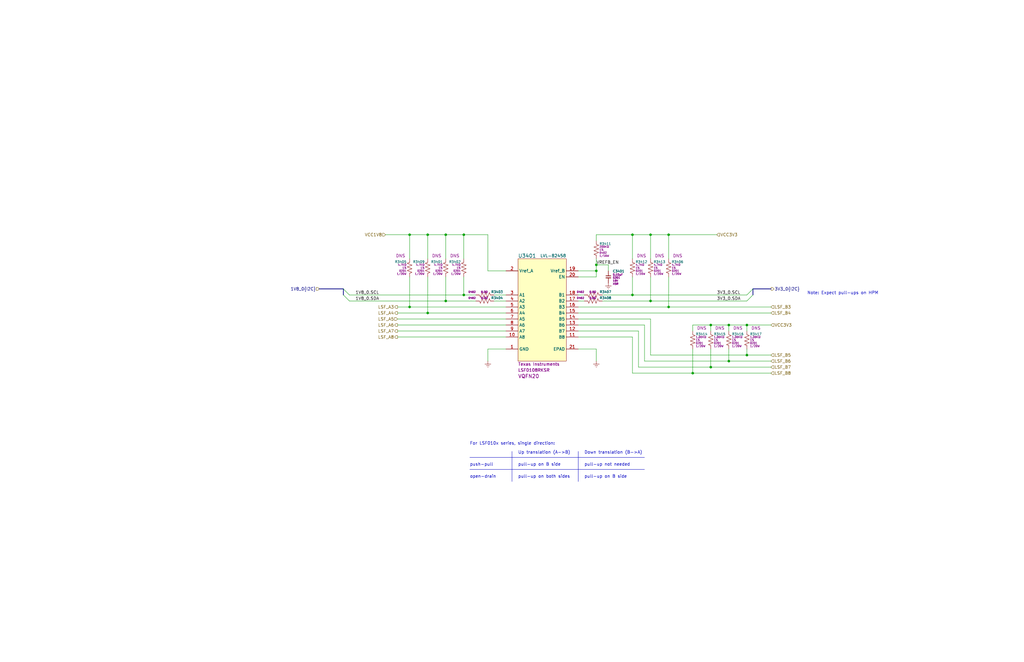
<source format=kicad_sch>
(kicad_sch (version 20231120) (generator "eeschema") (generator_version "8.0")
  (paper "B")
  (title_block (title "${PROJ}") (rev "${REV}") (company "${RPN}") (comment 1 "LVL Shifter"))
  (lib_symbols
    (symbol "Capacitors, ceramic, Murata:CCM-610AA" (pin_numbers hide) (pin_names (offset 0) hide)
      (property "Reference" "C" (at 1.27 2.54 0))
      (property "val" "0.10µF" (at 1.27 1.27 0))
      (property "pkg" "0201" (at 1.27 0 0))
      (property "volt" "10V" (at 1.27 -1.27 0))
      (property "type" "X5R" (at 1.27 -2.54 0))
      (symbol "CCM-610AA_1_1"
        (polyline (pts (xy -1.016 -0.423) (xy 1.016 -0.423)) (stroke (width 0.3302)))
        (polyline (pts (xy -1.016 0.423) (xy 1.016 0.423)) (stroke (width 0.3048)))
        (pin passive line (at 0 2.54 270) (length 2.032) (name "~") (number "1"))
        (pin passive line (at 0 -2.54 90) (length 2.032) (name "~") (number "2"))
      )
    )
    (symbol "Power:GND" (power) (pin_names (offset 0)) (in_bom no) (on_board no)
      (symbol "GND_0_1"
        (polyline (pts (xy -0.635 -1.905) (xy 0.635 -1.905)))
        (polyline (pts (xy -0.127 -2.54) (xy 0.127 -2.54)))
        (polyline (pts (xy 0 -1.27) (xy 0 0)))
        (polyline (pts (xy 1.27 -1.27) (xy -1.27 -1.27)))
      )
      (symbol "GND_1_1"
        (pin power_in line (at 0 0 270) (length 0) hide (name "GND") (number "1"))
      )
    )
    (symbol "Resistors:RES-0000B" (pin_numbers hide) (pin_names (offset 0) hide)
      (property "Reference" "R" (at 1.27 2.54 0))
      (property "val" "0.0Ω" (at 1.27 1.27 0))
      (property "tol" "<20mΩ" (at 1.27 0 0))
      (property "pkg" "0402" (at 1.27 -1.27 0))
      (property "pwr" "1.5A" (at 1.27 -2.54 0))
      (symbol "RES-0000B_1_1"
        (polyline (pts (xy 0 -2.286) (xy 0 -2.54)))
        (polyline (pts (xy 0 2.286) (xy 0 2.54)))
        (polyline (pts (xy 0 -0.762) (xy 1.016 -1.143) (xy 0 -1.524) (xy -1.016 -1.905) (xy 0 -2.286)))
        (polyline (pts (xy 0 0.762) (xy 1.016 0.381) (xy 0 0) (xy -1.016 -0.381) (xy 0 -0.762)))
        (polyline (pts (xy 0 2.286) (xy 1.016 1.905) (xy 0 1.524) (xy -1.016 1.143) (xy 0 0.762)))
        (pin passive line (at 0 3.81 270) (length 1.27) (name "~") (number "1"))
        (pin passive line (at 0 -3.81 90) (length 1.27) (name "~") (number "2"))
      )
    )
    (symbol "Resistors:RES-4100A" (pin_numbers hide) (pin_names (offset 0) hide)
      (property "Reference" "R" (at 1.27 2.54 0))
      (property "val" "1.00KΩ" (at 1.27 1.27 0))
      (property "tol" "1%" (at 1.27 0 0))
      (property "pkg" "0201" (at 1.27 -1.27 0))
      (property "pwr" "1/20W" (at 1.27 -2.54 0))
      (symbol "RES-4100A_1_1"
        (polyline (pts (xy 0 -2.286) (xy 0 -2.54)))
        (polyline (pts (xy 0 2.286) (xy 0 2.54)))
        (polyline (pts (xy 0 -0.762) (xy 1.016 -1.143) (xy 0 -1.524) (xy -1.016 -1.905) (xy 0 -2.286)))
        (polyline (pts (xy 0 0.762) (xy 1.016 0.381) (xy 0 0) (xy -1.016 -0.381) (xy 0 -0.762)))
        (polyline (pts (xy 0 2.286) (xy 1.016 1.905) (xy 0 1.524) (xy -1.016 1.143) (xy 0 0.762)))
        (pin passive line (at 0 3.81 270) (length 1.27) (name "~") (number "1"))
        (pin passive line (at 0 -3.81 90) (length 1.27) (name "~") (number "2"))
      )
    )
    (symbol "Resistors:RES-4470A" (pin_numbers hide) (pin_names (offset 0) hide)
      (property "Reference" "R" (at 1.27 2.54 0))
      (property "val" "4.7KΩ" (at 1.27 1.27 0))
      (property "tol" "1%" (at 1.27 0 0))
      (property "pkg" "0201" (at 1.27 -1.27 0))
      (property "pwr" "1/20W" (at 1.27 -2.54 0))
      (symbol "RES-4470A_1_1"
        (polyline (pts (xy 0 -2.286) (xy 0 -2.54)))
        (polyline (pts (xy 0 2.286) (xy 0 2.54)))
        (polyline (pts (xy 0 -0.762) (xy 1.016 -1.143) (xy 0 -1.524) (xy -1.016 -1.905) (xy 0 -2.286)))
        (polyline (pts (xy 0 0.762) (xy 1.016 0.381) (xy 0 0) (xy -1.016 -0.381) (xy 0 -0.762)))
        (polyline (pts (xy 0 2.286) (xy 1.016 1.905) (xy 0 1.524) (xy -1.016 1.143) (xy 0 0.762)))
        (pin passive line (at 0 3.81 270) (length 1.27) (name "~") (number "1"))
        (pin passive line (at 0 -3.81 90) (length 1.27) (name "~") (number "2"))
      )
    )
    (symbol "Resistors:RES-6200B" (pin_numbers hide) (pin_names (offset 0) hide)
      (property "Reference" "R" (at 1.27 2.54 0))
      (property "val" "200KΩ" (at 1.27 1.27 0))
      (property "tol" "1%" (at 1.27 0 0))
      (property "pkg" "0402" (at 1.27 -1.27 0))
      (property "pwr" "1/16W" (at 1.27 -2.54 0))
      (symbol "RES-6200B_1_1"
        (polyline (pts (xy 0 -2.286) (xy 0 -2.54)))
        (polyline (pts (xy 0 2.286) (xy 0 2.54)))
        (polyline (pts (xy 0 -0.762) (xy 1.016 -1.143) (xy 0 -1.524) (xy -1.016 -1.905) (xy 0 -2.286)))
        (polyline (pts (xy 0 0.762) (xy 1.016 0.381) (xy 0 0) (xy -1.016 -0.381) (xy 0 -0.762)))
        (polyline (pts (xy 0 2.286) (xy 1.016 1.905) (xy 0 1.524) (xy -1.016 1.143) (xy 0 0.762)))
        (pin passive line (at 0 3.81 270) (length 1.27) (name "~") (number "1"))
        (pin passive line (at 0 -3.81 90) (length 1.27) (name "~") (number "2"))
      )
    )
    (symbol "Translation:LVL-82458"
      (property "Reference" "U" (at -10.16 22.86 0))
      (property "Value" "LVL-82458" (at 10.16 22.86 0))
      (property "mfr" "Texas Instruments" (at -10.16 -22.86 0))
      (property "mpn" "LSF0108RKSR" (at -10.16 -25.4 0))
      (property "pkg" "VQFN20" (at -10.16 -27.94 0))
      (symbol "LVL-82458_1_0"
        (pin bidirectional line (at -15.24 -11.43 0) (length 5.08) (name "A8") (number "10"))
        (pin bidirectional line (at 15.24 -11.43 180) (length 5.08) (name "B8") (number "11"))
        (pin bidirectional line (at 15.24 -8.89 180) (length 5.08) (name "B7") (number "12"))
        (pin bidirectional line (at 15.24 -6.35 180) (length 5.08) (name "B6") (number "13"))
        (pin bidirectional line (at 15.24 -3.81 180) (length 5.08) (name "B5") (number "14"))
        (pin power_in line (at 15.24 -16.51 180) (length 5.08) (name "EPAD") (number "21"))
        (pin bidirectional line (at -15.24 -3.81 0) (length 5.08) (name "A5") (number "7"))
        (pin bidirectional line (at -15.24 -6.35 0) (length 5.08) (name "A6") (number "8"))
        (pin bidirectional line (at -15.24 -8.89 0) (length 5.08) (name "A7") (number "9"))
      )
      (symbol "LVL-82458_1_1"
        (rectangle (start -10.16 21.59) (end 10.16 -21.59) (fill (type background)))
        (pin power_in line (at -15.24 -16.51 0) (length 5.08) (name "GND") (number "1"))
        (pin bidirectional line (at 15.24 -1.27 180) (length 5.08) (name "B4") (number "15"))
        (pin bidirectional line (at 15.24 1.27 180) (length 5.08) (name "B3") (number "16"))
        (pin bidirectional line (at 15.24 3.81 180) (length 5.08) (name "B2") (number "17"))
        (pin bidirectional line (at 15.24 6.35 180) (length 5.08) (name "B1") (number "18"))
        (pin open_collector line (at 15.24 16.51 180) (length 5.08) (name "Vref_B") (number "19"))
        (pin power_in line (at -15.24 16.51 0) (length 5.08) (name "Vref_A") (number "2"))
        (pin input line (at 15.24 13.97 180) (length 5.08) (name "EN") (number "20"))
        (pin bidirectional line (at -15.24 6.35 0) (length 5.08) (name "A1") (number "3"))
        (pin bidirectional line (at -15.24 3.81 0) (length 5.08) (name "A2") (number "4"))
        (pin bidirectional line (at -15.24 1.27 0) (length 5.08) (name "A3") (number "5"))
        (pin bidirectional line (at -15.24 -1.27 0) (length 5.08) (name "A4") (number "6"))
      )
    )
  )
  (junction (at 195.58 124.46))
  (junction (at 251.46 111.76))
  (junction (at 281.94 129.54))
  (junction (at 314.96 149.86))
  (junction (at 266.7 124.46))
  (junction (at 281.94 99.06))
  (junction (at 172.72 99.06))
  (junction (at 307.34 137.16))
  (junction (at 274.32 99.06))
  (junction (at 172.72 129.54))
  (junction (at 307.34 152.4))
  (junction (at 251.46 114.3))
  (junction (at 180.34 99.06))
  (junction (at 187.96 99.06))
  (junction (at 299.72 154.94))
  (junction (at 299.72 137.16))
  (junction (at 274.32 127))
  (junction (at 180.34 132.08))
  (junction (at 266.7 99.06))
  (junction (at 195.58 99.06))
  (junction (at 292.1 157.48))
  (junction (at 314.96 137.16))
  (junction (at 187.96 127))
  (bus_entry (at 314.96 124.46) (size 2.54 -2.54))
  (bus_entry (at 147.32 124.46) (size -2.54 -2.54))
  (bus_entry (at 314.96 127) (size 2.54 -2.54))
  (bus_entry (at 147.32 127) (size -2.54 -2.54))
  (wire (pts (xy 266.7 99.06) (xy 274.32 99.06)))
  (wire (pts (xy 299.72 137.16) (xy 292.1 137.16)))
  (wire (pts (xy 246.38 124.46) (xy 243.84 124.46)))
  (wire (pts (xy 246.38 127) (xy 243.84 127)))
  (wire (pts (xy 172.72 99.06) (xy 180.34 99.06)))
  (wire (pts (xy 213.36 142.24) (xy 167.64 142.24)))
  (wire (pts (xy 187.96 99.06) (xy 195.58 99.06)))
  (wire (pts (xy 167.64 137.16) (xy 213.36 137.16)))
  (wire (pts (xy 271.78 137.16) (xy 271.78 152.4)))
  (wire (pts (xy 180.34 99.06) (xy 187.96 99.06)))
  (wire (pts (xy 274.32 99.06) (xy 274.32 109.22)))
  (wire (pts (xy 251.46 109.22) (xy 251.46 111.76)))
  (wire (pts (xy 274.32 134.62) (xy 274.32 149.86)))
  (wire (pts (xy 256.54 111.76) (xy 251.46 111.76)))
  (polyline (pts (xy 198.12 193.04) (xy 271.78 193.04)))
  (wire (pts (xy 200.66 127) (xy 187.96 127)))
  (wire (pts (xy 205.74 114.3) (xy 213.36 114.3)))
  (wire (pts (xy 172.72 116.84) (xy 172.72 129.54)))
  (wire (pts (xy 251.46 99.06) (xy 266.7 99.06)))
  (wire (pts (xy 147.32 127) (xy 187.96 127)))
  (wire (pts (xy 307.34 147.32) (xy 307.34 152.4)))
  (wire (pts (xy 299.72 147.32) (xy 299.72 154.94)))
  (wire (pts (xy 187.96 109.22) (xy 187.96 99.06)))
  (wire (pts (xy 266.7 157.48) (xy 292.1 157.48)))
  (wire (pts (xy 299.72 154.94) (xy 325.12 154.94)))
  (wire (pts (xy 266.7 124.46) (xy 314.96 124.46)))
  (wire (pts (xy 180.34 132.08) (xy 213.36 132.08)))
  (wire (pts (xy 243.84 132.08) (xy 325.12 132.08)))
  (wire (pts (xy 243.84 134.62) (xy 274.32 134.62)))
  (wire (pts (xy 292.1 157.48) (xy 325.12 157.48)))
  (wire (pts (xy 307.34 152.4) (xy 325.12 152.4)))
  (wire (pts (xy 256.54 111.76) (xy 256.54 114.3)))
  (wire (pts (xy 274.32 116.84) (xy 274.32 127)))
  (wire (pts (xy 281.94 129.54) (xy 325.12 129.54)))
  (bus (pts (xy 144.78 121.92) (xy 134.62 121.92)))
  (wire (pts (xy 314.96 137.16) (xy 325.12 137.16)))
  (wire (pts (xy 187.96 116.84) (xy 187.96 127)))
  (wire (pts (xy 180.34 99.06) (xy 180.34 109.22)))
  (polyline (pts (xy 198.12 198.12) (xy 271.78 198.12)))
  (wire (pts (xy 314.96 137.16) (xy 307.34 137.16)))
  (wire (pts (xy 200.66 124.46) (xy 195.58 124.46)))
  (wire (pts (xy 243.84 114.3) (xy 251.46 114.3)))
  (wire (pts (xy 292.1 137.16) (xy 292.1 139.7)))
  (wire (pts (xy 281.94 99.06) (xy 281.94 109.22)))
  (wire (pts (xy 292.1 147.32) (xy 292.1 157.48)))
  (wire (pts (xy 314.96 137.16) (xy 314.96 139.7)))
  (wire (pts (xy 266.7 99.06) (xy 266.7 109.22)))
  (polyline (pts (xy 243.84 190.5) (xy 243.84 203.2)))
  (wire (pts (xy 195.58 116.84) (xy 195.58 124.46)))
  (wire (pts (xy 213.36 139.7) (xy 167.64 139.7)))
  (wire (pts (xy 269.24 154.94) (xy 299.72 154.94)))
  (wire (pts (xy 172.72 129.54) (xy 213.36 129.54)))
  (wire (pts (xy 266.7 142.24) (xy 243.84 142.24)))
  (wire (pts (xy 167.64 129.54) (xy 172.72 129.54)))
  (wire (pts (xy 251.46 99.06) (xy 251.46 101.6)))
  (wire (pts (xy 243.84 129.54) (xy 281.94 129.54)))
  (wire (pts (xy 251.46 111.76) (xy 251.46 114.3)))
  (wire (pts (xy 254 124.46) (xy 266.7 124.46)))
  (wire (pts (xy 299.72 137.16) (xy 299.72 139.7)))
  (wire (pts (xy 251.46 116.84) (xy 243.84 116.84)))
  (wire (pts (xy 274.32 127) (xy 314.96 127)))
  (wire (pts (xy 167.64 132.08) (xy 180.34 132.08)))
  (wire (pts (xy 307.34 137.16) (xy 299.72 137.16)))
  (wire (pts (xy 266.7 142.24) (xy 266.7 157.48)))
  (wire (pts (xy 307.34 137.16) (xy 307.34 139.7)))
  (wire (pts (xy 180.34 116.84) (xy 180.34 132.08)))
  (wire (pts (xy 266.7 116.84) (xy 266.7 124.46)))
  (wire (pts (xy 269.24 139.7) (xy 243.84 139.7)))
  (wire (pts (xy 167.64 134.62) (xy 213.36 134.62)))
  (wire (pts (xy 162.56 99.06) (xy 172.72 99.06)))
  (wire (pts (xy 251.46 147.32) (xy 251.46 152.4)))
  (wire (pts (xy 314.96 147.32) (xy 314.96 149.86)))
  (wire (pts (xy 195.58 109.22) (xy 195.58 99.06)))
  (wire (pts (xy 274.32 99.06) (xy 281.94 99.06)))
  (wire (pts (xy 269.24 139.7) (xy 269.24 154.94)))
  (bus (pts (xy 317.5 121.92) (xy 325.12 121.92)))
  (wire (pts (xy 274.32 149.86) (xy 314.96 149.86)))
  (wire (pts (xy 243.84 147.32) (xy 251.46 147.32)))
  (wire (pts (xy 172.72 99.06) (xy 172.72 109.22)))
  (wire (pts (xy 213.36 124.46) (xy 208.28 124.46)))
  (wire (pts (xy 281.94 99.06) (xy 302.26 99.06)))
  (wire (pts (xy 205.74 99.06) (xy 205.74 114.3)))
  (wire (pts (xy 195.58 99.06) (xy 205.74 99.06)))
  (wire (pts (xy 254 127) (xy 274.32 127)))
  (wire (pts (xy 281.94 116.84) (xy 281.94 129.54)))
  (bus (pts (xy 144.78 121.92) (xy 144.78 124.46)))
  (wire (pts (xy 213.36 127) (xy 208.28 127)))
  (wire (pts (xy 307.34 152.4) (xy 271.78 152.4)))
  (bus (pts (xy 317.5 121.92) (xy 317.5 124.46)))
  (polyline (pts (xy 215.9 190.5) (xy 215.9 203.2)))
  (wire (pts (xy 205.74 147.32) (xy 205.74 152.4)))
  (wire (pts (xy 205.74 147.32) (xy 213.36 147.32)))
  (wire (pts (xy 314.96 149.86) (xy 325.12 149.86)))
  (wire (pts (xy 243.84 137.16) (xy 271.78 137.16)))
  (wire (pts (xy 251.46 114.3) (xy 251.46 116.84)))
  (wire (pts (xy 147.32 124.46) (xy 195.58 124.46)))
  (text "Up translation (A->B)" (at 218.44 191.77 0) (effects (font (size 1.27 1.27)) (justify left bottom)))
  (text "push-pull" (at 198.12 196.85 0) (effects (font (size 1.27 1.27)) (justify left bottom)))
  (text "pull-up on both sides" (at 218.44 201.93 0) (effects (font (size 1.27 1.27)) (justify left bottom)))
  (text "pull-up on B side" (at 218.44 196.85 0) (effects (font (size 1.27 1.27)) (justify left bottom)))
  (text "Down translation (B->A)" (at 246.38 191.77 0) (effects (font (size 1.27 1.27)) (justify left bottom)))
  (text "pull-up on B side" (at 246.38 201.93 0) (effects (font (size 1.27 1.27)) (justify left bottom)))
  (text "pull-up not needed" (at 246.38 196.85 0) (effects (font (size 1.27 1.27)) (justify left bottom)))
  (text "For LSF010x series, single direction:" (at 198.12 187.96 0) (effects (font (size 1.27 1.27)) (justify left bottom)))
  (text "Note: Expect pull-ups on HPM" (at 340.36 124.46 0) (effects (font (size 1.27 1.27)) (justify left bottom)))
  (text "open-drain" (at 198.12 201.93 0) (effects (font (size 1.27 1.27)) (justify left bottom)))
  (label "VREFB_EN" (at 251.46 111.76 0))
  (label "3V3_0.SDA" (at 302.26 127 0))
  (label "1V8_0.SCL" (at 149.86 124.46 0))
  (label "1V8_0.SDA" (at 149.86 127 0))
  (label "3V3_0.SCL" (at 302.26 124.46 0))
  (hierarchical_label "LSF_A7" (shape output) (at 167.64 139.7 180))
  (hierarchical_label "VCC3V3" (shape input) (at 302.26 99.06 0))
  (hierarchical_label "3V3_0{I2C}" (shape output) (at 325.12 121.92 0))
  (hierarchical_label "VCC1V8" (shape input) (at 162.56 99.06 180))
  (hierarchical_label "LSF_B5" (shape input) (at 325.12 149.86 0))
  (hierarchical_label "LSF_B3" (shape input) (at 325.12 129.54 0))
  (hierarchical_label "LSF_A5" (shape input) (at 167.64 134.62 180))
  (hierarchical_label "LSF_A3" (shape output) (at 167.64 129.54 180))
  (hierarchical_label "LSF_B6" (shape input) (at 325.12 152.4 0))
  (hierarchical_label "LSF_B4" (shape input) (at 325.12 132.08 0))
  (hierarchical_label "LSF_A8" (shape output) (at 167.64 142.24 180))
  (hierarchical_label "LSF_B7" (shape input) (at 325.12 154.94 0))
  (hierarchical_label "1V8_0{I2C}" (shape input) (at 134.62 121.92 180))
  (hierarchical_label "LSF_A6" (shape output) (at 167.64 137.16 180))
  (hierarchical_label "LSF_A4" (shape output) (at 167.64 132.08 180))
  (hierarchical_label "LSF_B8" (shape input) (at 325.12 157.48 0))
  (hierarchical_label "VCC3V3" (shape input) (at 325.12 137.16 0))
  (symbol (lib_id "Resistors:RES-4470A") (at 274.32 113.03 0) (unit 1)
    (property "Reference" "R3413" (at 275.59 110.49 0) (effects (font (size 1 1)) (justify left)))
    (property "Value" "RES-4470A" (effects (hide yes)))
    (property "Description" "RES, 4.7KΩ, 1%, 0201, 1/20W, <50V, 0.26mm" (effects (hide yes)))
    (property "val" "4.7KΩ" (at 275.59 111.76 0) (effects (font (size 0.8 0.8)) (justify left)))
    (property "tol" "1%" (at 275.59 113.03 0) (effects (font (size 0.8 0.8)) (justify left)))
    (property "Sim.Device" "R" (effects (hide yes)))
    (property "pkg" "0201" (at 275.59 114.3 0) (effects (font (size 0.8 0.8)) (justify left)))
    (property "Sim.Pins" "1=+ 2=-" (effects (hide yes)))
    (property "pwr" "1/20W" (at 275.59 115.57 0) (effects (font (size 0.8 0.8)) (justify left)))
    (property "Sim.Params" "r=\"${val}\"" (effects (hide yes)))
    (property "height" "0.26mm" (effects (hide yes)))
    (property "BOM" "DNS" (at 278.13 107.95 0))
  )
  (symbol (lib_id "Translation:LVL-82458") (at 228.6 130.81 0) (unit 1)
    (property "Reference" "U3401" (at 218.44 107.95 0) (effects (font (size 1.524 1.524)) (justify left)))
    (property "Value" "LVL-82458" (at 238.76 107.95 0) (effects (justify right)))
    (property "Datasheet" "https://www.ti.com/lit/ds/symlink/lsf0108.pdf" (effects (hide yes)))
    (property "Description" "IC, passive level shifter, 8-bit, separate IO voltage, 1.0-3.6VrefA, 1.8-5.5VrefB, 40MHz@50pF CL, bidir, VQFN20" (effects (hide yes)))
    (property "Datasheet2" "https://www.nxp.com/docs/en/data-sheet/NVT2008_NVT2010.pdf" (effects (hide yes)))
    (property "mfr" "Texas Instruments" (at 218.44 153.67 0) (effects (justify left)))
    (property "mfr2" "NXP Semiconductors" (effects (hide yes)))
    (property "mpn" "LSF0108RKSR" (at 218.44 156.21 0) (effects (justify left)))
    (property "mpn2" "NVT2008BQ" (effects (hide yes)))
    (property "pkg" "VQFN20" (at 218.44 158.75 0) (effects (font (size 1.524 1.524)) (justify left)))
    (property "height" "1.0mm" (effects (hide yes)))
    (property "func_bit" ".1;.2;.3;.4;.5;.6;.7;.8" (effects (hide yes)))
  )
  (symbol (lib_id "Resistors:RES-0000B") (at 250.19 127 270) (mirror x) (unit 1)
    (property "Reference" "R3408" (at 257.81 125.73 90) (effects (font (size 1 1)) (justify right)))
    (property "Value" "RES-0000B" (effects (hide yes)))
    (property "Description" "RES, 0.0Ω, <20mΩ, 0402, 1.5A, <2A, 0.40mm" (effects (hide yes)))
    (property "val" "0.0Ω" (at 251.46 125.73 90) (effects (font (size 0.8 0.8)) (justify right)))
    (property "tol" "<20mΩ" (effects (hide yes)))
    (property "Sim.Device" "R" (effects (hide yes)))
    (property "pkg" "0402" (at 246.38 125.73 90) (effects (font (size 0.8 0.8)) (justify right)))
    (property "Sim.Pins" "1=+ 2=-" (effects (hide yes)))
    (property "pwr" "1.5A" (effects (hide yes)))
    (property "Sim.Params" "r=\"${val}\"" (effects (hide yes)))
    (property "height" "0.40mm" (effects (hide yes)))
  )
  (symbol (lib_id "Resistors:RES-4470A") (at 172.72 113.03 0) (mirror y) (unit 1)
    (property "Reference" "R3405" (at 171.45 110.49 0) (effects (font (size 1 1)) (justify left)))
    (property "Value" "RES-4470A" (effects (hide yes)))
    (property "Description" "RES, 4.7KΩ, 1%, 0201, 1/20W, <50V, 0.26mm" (effects (hide yes)))
    (property "val" "4.7KΩ" (at 171.45 111.76 0) (effects (font (size 0.8 0.8)) (justify left)))
    (property "tol" "1%" (at 171.45 113.03 0) (effects (font (size 0.8 0.8)) (justify left)))
    (property "Sim.Device" "R" (effects (hide yes)))
    (property "pkg" "0201" (at 171.45 114.3 0) (effects (font (size 0.8 0.8)) (justify left)))
    (property "Sim.Pins" "1=+ 2=-" (effects (hide yes)))
    (property "pwr" "1/20W" (at 171.45 115.57 0) (effects (font (size 0.8 0.8)) (justify left)))
    (property "Sim.Params" "r=\"${val}\"" (effects (hide yes)))
    (property "height" "0.26mm" (effects (hide yes)))
    (property "BOM" "DNS" (at 168.91 107.95 0))
  )
  (symbol (lib_id "Resistors:RES-6200B") (at 251.46 105.41 0) (unit 1)
    (property "Reference" "R3411" (at 252.73 102.87 0) (effects (font (size 1 1)) (justify left)))
    (property "Value" "RES-6200B" (effects (hide yes)))
    (property "Description" "RES, 200KΩ, 1%, 0402, 1/16W, <100V, 0.40mm" (effects (hide yes)))
    (property "val" "200KΩ" (at 252.73 104.14 0) (effects (font (size 0.8 0.8)) (justify left)))
    (property "tol" "1%" (at 252.73 105.41 0) (effects (font (size 0.8 0.8)) (justify left)))
    (property "Sim.Device" "R" (effects (hide yes)))
    (property "pkg" "0402" (at 252.73 106.68 0) (effects (font (size 0.8 0.8)) (justify left)))
    (property "Sim.Pins" "1=+ 2=-" (effects (hide yes)))
    (property "pwr" "1/16W" (at 252.73 107.95 0) (effects (font (size 0.8 0.8)) (justify left)))
    (property "Sim.Params" "r=\"${val}\"" (effects (hide yes)))
    (property "height" "0.40mm" (effects (hide yes)))
  )
  (symbol (lib_id "Resistors:RES-4470A") (at 281.94 113.03 0) (unit 1)
    (property "Reference" "R3406" (at 283.21 110.49 0) (effects (font (size 1 1)) (justify left)))
    (property "Value" "RES-4470A" (effects (hide yes)))
    (property "Description" "RES, 4.7KΩ, 1%, 0201, 1/20W, <50V, 0.26mm" (effects (hide yes)))
    (property "val" "4.7KΩ" (at 283.21 111.76 0) (effects (font (size 0.8 0.8)) (justify left)))
    (property "tol" "1%" (at 283.21 113.03 0) (effects (font (size 0.8 0.8)) (justify left)))
    (property "Sim.Device" "R" (effects (hide yes)))
    (property "pkg" "0201" (at 283.21 114.3 0) (effects (font (size 0.8 0.8)) (justify left)))
    (property "Sim.Pins" "1=+ 2=-" (effects (hide yes)))
    (property "pwr" "1/20W" (at 283.21 115.57 0) (effects (font (size 0.8 0.8)) (justify left)))
    (property "Sim.Params" "r=\"${val}\"" (effects (hide yes)))
    (property "height" "0.26mm" (effects (hide yes)))
    (property "BOM" "DNS" (at 285.75 107.95 0))
  )
  (symbol (lib_id "Resistors:RES-0000B") (at 204.47 127 270) (mirror x) (unit 1)
    (property "Reference" "R3404" (at 212.09 125.73 90) (effects (font (size 1 1)) (justify right)))
    (property "Value" "RES-0000B" (effects (hide yes)))
    (property "Description" "RES, 0.0Ω, <20mΩ, 0402, 1.5A, <2A, 0.40mm" (effects (hide yes)))
    (property "val" "0.0Ω" (at 205.74 125.73 90) (effects (font (size 0.8 0.8)) (justify right)))
    (property "tol" "<20mΩ" (effects (hide yes)))
    (property "Sim.Device" "R" (effects (hide yes)))
    (property "pkg" "0402" (at 200.66 125.73 90) (effects (font (size 0.8 0.8)) (justify right)))
    (property "Sim.Pins" "1=+ 2=-" (effects (hide yes)))
    (property "pwr" "1.5A" (effects (hide yes)))
    (property "Sim.Params" "r=\"${val}\"" (effects (hide yes)))
    (property "height" "0.40mm" (effects (hide yes)))
  )
  (symbol (lib_id "Capacitors, ceramic, Murata:CCM-610AA") (at 256.54 116.84 0) (mirror y) (unit 1)
    (property "Reference" "C3401" (at 258.3561 114.4378 0) (effects (font (size 1 1)) (justify right)))
    (property "Value" "CCM-610AA" (effects (hide yes)))
    (property "Description" "CAP, ceramic, 0.10µF, 0201, 10V, ±20%, X5R, 0.33 mm" (effects (hide yes)))
    (property "val" "0.10µF" (at 258.3561 115.8731 0) (effects (font (size 0.8 0.8)) (justify right)))
    (property "pkg" "0201" (at 258.3561 117.1771 0) (effects (font (size 0.8 0.8)) (justify right)))
    (property "mfr" "Murata" (effects (hide yes)))
    (property "volt" "10V" (at 258.3561 118.4811 0) (effects (font (size 0.8 0.8)) (justify right)))
    (property "Sim.Pins" "1=+ 2=-" (effects (hide yes)))
    (property "Sim.Device" "C" (effects (hide yes)))
    (property "type" "X5R" (at 258.3561 119.7851 0) (effects (font (size 0.8 0.8)) (justify right)))
    (property "Sim.Params" "c=${val}" (effects (hide yes)))
    (property "tol" "±20%" (effects (hide yes)))
    (property "height" "0.33mm" (effects (hide yes)))
    (property "mpn" "GRM033R61A104ME15" (effects (hide yes)))
  )
  (symbol (lib_id "Resistors:RES-0000B") (at 204.47 124.46 270) (mirror x) (unit 1)
    (property "Reference" "R3403" (at 212.09 123.19 90) (effects (font (size 1 1)) (justify right)))
    (property "Value" "RES-0000B" (effects (hide yes)))
    (property "Description" "RES, 0.0Ω, <20mΩ, 0402, 1.5A, <2A, 0.40mm" (effects (hide yes)))
    (property "val" "0.0Ω" (at 205.74 123.19 90) (effects (font (size 0.8 0.8)) (justify right)))
    (property "tol" "<20mΩ" (effects (hide yes)))
    (property "Sim.Device" "R" (effects (hide yes)))
    (property "pkg" "0402" (at 200.66 123.19 90) (effects (font (size 0.8 0.8)) (justify right)))
    (property "Sim.Pins" "1=+ 2=-" (effects (hide yes)))
    (property "pwr" "1.5A" (effects (hide yes)))
    (property "Sim.Params" "r=\"${val}\"" (effects (hide yes)))
    (property "height" "0.40mm" (effects (hide yes)))
  )
  (symbol (lib_id "Resistors:RES-4470A") (at 187.96 113.03 0) (mirror y) (unit 1)
    (property "Reference" "R3401" (at 186.69 110.49 0) (effects (font (size 1 1)) (justify left)))
    (property "Value" "RES-4470A" (effects (hide yes)))
    (property "Description" "RES, 4.7KΩ, 1%, 0201, 1/20W, <50V, 0.26mm" (effects (hide yes)))
    (property "val" "4.7KΩ" (at 186.69 111.76 0) (effects (font (size 0.8 0.8)) (justify left)))
    (property "tol" "1%" (at 186.69 113.03 0) (effects (font (size 0.8 0.8)) (justify left)))
    (property "Sim.Device" "R" (effects (hide yes)))
    (property "pkg" "0201" (at 186.69 114.3 0) (effects (font (size 0.8 0.8)) (justify left)))
    (property "Sim.Pins" "1=+ 2=-" (effects (hide yes)))
    (property "pwr" "1/20W" (at 186.69 115.57 0) (effects (font (size 0.8 0.8)) (justify left)))
    (property "Sim.Params" "r=\"${val}\"" (effects (hide yes)))
    (property "height" "0.26mm" (effects (hide yes)))
    (property "BOM" "DNS" (at 184.15 107.95 0))
  )
  (symbol (lib_id "Resistors:RES-0000B") (at 250.19 124.46 270) (mirror x) (unit 1)
    (property "Reference" "R3407" (at 257.81 123.19 90) (effects (font (size 1 1)) (justify right)))
    (property "Value" "RES-0000B" (effects (hide yes)))
    (property "Description" "RES, 0.0Ω, <20mΩ, 0402, 1.5A, <2A, 0.40mm" (effects (hide yes)))
    (property "val" "0.0Ω" (at 251.46 123.19 90) (effects (font (size 0.8 0.8)) (justify right)))
    (property "tol" "<20mΩ" (effects (hide yes)))
    (property "Sim.Device" "R" (effects (hide yes)))
    (property "pkg" "0402" (at 246.38 123.19 90) (effects (font (size 0.8 0.8)) (justify right)))
    (property "Sim.Pins" "1=+ 2=-" (effects (hide yes)))
    (property "pwr" "1.5A" (effects (hide yes)))
    (property "Sim.Params" "r=\"${val}\"" (effects (hide yes)))
    (property "height" "0.40mm" (effects (hide yes)))
  )
  (symbol (lib_id "Power:GND") (at 205.74 152.4 0) (unit 1) (in_bom no) (on_board no)
    (property "Reference" "#PWR03401" (effects (hide yes)))
    (property "Value" "GND" (effects (hide yes)))
    (property "Description" "Power symbol creates a global label with name \"GND\"" (effects (hide yes)))
  )
  (symbol (lib_id "Resistors:RES-4470A") (at 180.34 113.03 0) (mirror y) (unit 1)
    (property "Reference" "R3409" (at 179.07 110.49 0) (effects (font (size 1 1)) (justify left)))
    (property "Value" "RES-4470A" (effects (hide yes)))
    (property "Description" "RES, 4.7KΩ, 1%, 0201, 1/20W, <50V, 0.26mm" (effects (hide yes)))
    (property "val" "4.7KΩ" (at 179.07 111.76 0) (effects (font (size 0.8 0.8)) (justify left)))
    (property "tol" "1%" (at 179.07 113.03 0) (effects (font (size 0.8 0.8)) (justify left)))
    (property "Sim.Device" "R" (effects (hide yes)))
    (property "pkg" "0201" (at 179.07 114.3 0) (effects (font (size 0.8 0.8)) (justify left)))
    (property "Sim.Pins" "1=+ 2=-" (effects (hide yes)))
    (property "pwr" "1/20W" (at 179.07 115.57 0) (effects (font (size 0.8 0.8)) (justify left)))
    (property "Sim.Params" "r=\"${val}\"" (effects (hide yes)))
    (property "height" "0.26mm" (effects (hide yes)))
  )
  (symbol (lib_id "Power:GND") (at 251.46 152.4 0) (unit 1) (in_bom no) (on_board no)
    (property "Reference" "#PWR03402" (effects (hide yes)))
    (property "Value" "GND" (effects (hide yes)))
    (property "Description" "Power symbol creates a global label with name \"GND\"" (effects (hide yes)))
  )
  (symbol (lib_id "Resistors:RES-4470A") (at 195.58 113.03 0) (mirror y) (unit 1)
    (property "Reference" "R3402" (at 194.31 110.49 0) (effects (font (size 1 1)) (justify left)))
    (property "Value" "RES-4470A" (effects (hide yes)))
    (property "Description" "RES, 4.7KΩ, 1%, 0201, 1/20W, <50V, 0.26mm" (effects (hide yes)))
    (property "val" "4.7KΩ" (at 194.31 111.76 0) (effects (font (size 0.8 0.8)) (justify left)))
    (property "tol" "1%" (at 194.31 113.03 0) (effects (font (size 0.8 0.8)) (justify left)))
    (property "Sim.Device" "R" (effects (hide yes)))
    (property "pkg" "0201" (at 194.31 114.3 0) (effects (font (size 0.8 0.8)) (justify left)))
    (property "Sim.Pins" "1=+ 2=-" (effects (hide yes)))
    (property "pwr" "1/20W" (at 194.31 115.57 0) (effects (font (size 0.8 0.8)) (justify left)))
    (property "Sim.Params" "r=\"${val}\"" (effects (hide yes)))
    (property "height" "0.26mm" (effects (hide yes)))
    (property "BOM" "DNS" (at 191.77 107.95 0))
  )
  (symbol (lib_id "Power:GND") (at 256.54 119.38 0) (unit 1) (in_bom no) (on_board no)
    (property "Reference" "#PWR03403" (effects (hide yes)))
    (property "Value" "GND" (effects (hide yes)))
    (property "Description" "Power symbol creates a global label with name \"GND\"" (effects (hide yes)))
  )
  (symbol (lib_id "Resistors:RES-4100A") (at 292.1 143.51 0) (unit 1)
    (property "Reference" "R3414" (at 293.37 140.97 0) (effects (font (size 1 1)) (justify left)))
    (property "Value" "RES-4100A" (effects (hide yes)))
    (property "Description" "RES, 1.00KΩ, 1%, 0201, 1/20W, <50V, 0.26mm" (effects (hide yes)))
    (property "val" "1.00KΩ" (at 293.37 142.24 0) (effects (font (size 0.8 0.8)) (justify left)))
    (property "tol" "1%" (at 293.37 143.51 0) (effects (font (size 0.8 0.8)) (justify left)))
    (property "Sim.Device" "R" (effects (hide yes)))
    (property "pkg" "0201" (at 293.37 144.78 0) (effects (font (size 0.8 0.8)) (justify left)))
    (property "Sim.Pins" "1=+ 2=-" (effects (hide yes)))
    (property "pwr" "1/20W" (at 293.37 146.05 0) (effects (font (size 0.8 0.8)) (justify left)))
    (property "Sim.Params" "r=\"${val}\"" (effects (hide yes)))
    (property "height" "0.26mm" (effects (hide yes)))
    (property "BOM" "DNS" (at 295.91 138.43 0))
  )
  (symbol (lib_id "Resistors:RES-4100A") (at 299.72 143.51 0) (unit 1)
    (property "Reference" "R3415" (at 300.99 140.97 0) (effects (font (size 1 1)) (justify left)))
    (property "Value" "RES-4100A" (effects (hide yes)))
    (property "Description" "RES, 1.00KΩ, 1%, 0201, 1/20W, <50V, 0.26mm" (effects (hide yes)))
    (property "val" "1.00KΩ" (at 300.99 142.24 0) (effects (font (size 0.8 0.8)) (justify left)))
    (property "tol" "1%" (at 300.99 143.51 0) (effects (font (size 0.8 0.8)) (justify left)))
    (property "Sim.Device" "R" (effects (hide yes)))
    (property "pkg" "0201" (at 300.99 144.78 0) (effects (font (size 0.8 0.8)) (justify left)))
    (property "Sim.Pins" "1=+ 2=-" (effects (hide yes)))
    (property "pwr" "1/20W" (at 300.99 146.05 0) (effects (font (size 0.8 0.8)) (justify left)))
    (property "Sim.Params" "r=\"${val}\"" (effects (hide yes)))
    (property "height" "0.26mm" (effects (hide yes)))
    (property "BOM" "DNS" (at 303.53 138.43 0))
  )
  (symbol (lib_id "Resistors:RES-4100A") (at 314.96 143.51 0) (unit 1)
    (property "Reference" "R3417" (at 316.23 140.97 0) (effects (font (size 1 1)) (justify left)))
    (property "Value" "RES-4100A" (effects (hide yes)))
    (property "Description" "RES, 1.00KΩ, 1%, 0201, 1/20W, <50V, 0.26mm" (effects (hide yes)))
    (property "val" "1.00KΩ" (at 316.23 142.24 0) (effects (font (size 0.8 0.8)) (justify left)))
    (property "tol" "1%" (at 316.23 143.51 0) (effects (font (size 0.8 0.8)) (justify left)))
    (property "Sim.Device" "R" (effects (hide yes)))
    (property "pkg" "0201" (at 316.23 144.78 0) (effects (font (size 0.8 0.8)) (justify left)))
    (property "Sim.Pins" "1=+ 2=-" (effects (hide yes)))
    (property "pwr" "1/20W" (at 316.23 146.05 0) (effects (font (size 0.8 0.8)) (justify left)))
    (property "Sim.Params" "r=\"${val}\"" (effects (hide yes)))
    (property "height" "0.26mm" (effects (hide yes)))
    (property "BOM" "DNS" (at 318.77 138.43 0))
  )
  (symbol (lib_id "Resistors:RES-4470A") (at 266.7 113.03 0) (unit 1)
    (property "Reference" "R3412" (at 267.97 110.49 0) (effects (font (size 1 1)) (justify left)))
    (property "Value" "RES-4470A" (effects (hide yes)))
    (property "Description" "RES, 4.7KΩ, 1%, 0201, 1/20W, <50V, 0.26mm" (effects (hide yes)))
    (property "val" "4.7KΩ" (at 267.97 111.76 0) (effects (font (size 0.8 0.8)) (justify left)))
    (property "tol" "1%" (at 267.97 113.03 0) (effects (font (size 0.8 0.8)) (justify left)))
    (property "Sim.Device" "R" (effects (hide yes)))
    (property "pkg" "0201" (at 267.97 114.3 0) (effects (font (size 0.8 0.8)) (justify left)))
    (property "Sim.Pins" "1=+ 2=-" (effects (hide yes)))
    (property "pwr" "1/20W" (at 267.97 115.57 0) (effects (font (size 0.8 0.8)) (justify left)))
    (property "Sim.Params" "r=\"${val}\"" (effects (hide yes)))
    (property "height" "0.26mm" (effects (hide yes)))
    (property "BOM" "DNS" (at 270.51 107.95 0))
  )
  (symbol (lib_id "Resistors:RES-4100A") (at 307.34 143.51 0) (unit 1)
    (property "Reference" "R3416" (at 308.61 140.97 0) (effects (font (size 1 1)) (justify left)))
    (property "Value" "RES-4100A" (effects (hide yes)))
    (property "Description" "RES, 1.00KΩ, 1%, 0201, 1/20W, <50V, 0.26mm" (effects (hide yes)))
    (property "val" "1.00KΩ" (at 308.61 142.24 0) (effects (font (size 0.8 0.8)) (justify left)))
    (property "tol" "1%" (at 308.61 143.51 0) (effects (font (size 0.8 0.8)) (justify left)))
    (property "Sim.Device" "R" (effects (hide yes)))
    (property "pkg" "0201" (at 308.61 144.78 0) (effects (font (size 0.8 0.8)) (justify left)))
    (property "Sim.Pins" "1=+ 2=-" (effects (hide yes)))
    (property "pwr" "1/20W" (at 308.61 146.05 0) (effects (font (size 0.8 0.8)) (justify left)))
    (property "Sim.Params" "r=\"${val}\"" (effects (hide yes)))
    (property "height" "0.26mm" (effects (hide yes)))
    (property "BOM" "DNS" (at 311.15 138.43 0))
  )
)
</source>
